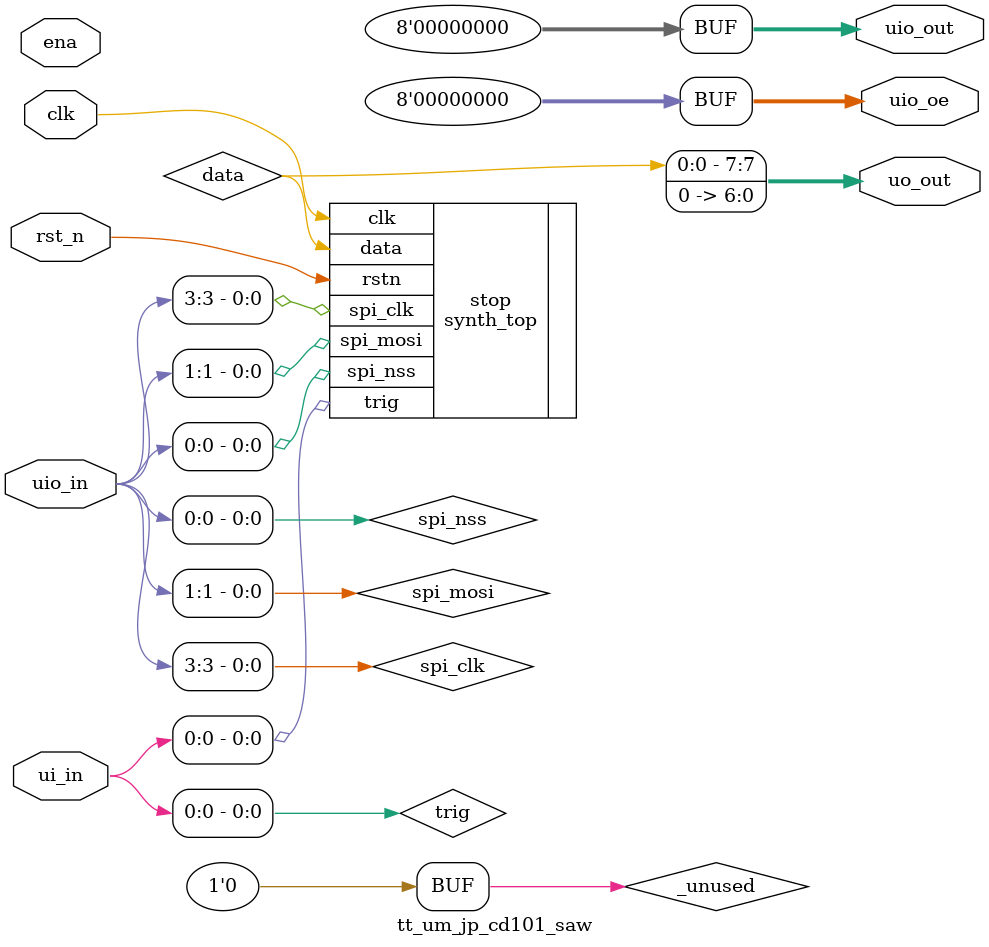
<source format=v>
/*
 * Copyright (c) 2024 Your Name
 * SPDX-License-Identifier: Apache-2.0
 */

`default_nettype none

module tt_um_jp_cd101_saw (
    input  wire [7:0] ui_in,    // Dedicated inputs
    output wire [7:0] uo_out,   // Dedicated outputs
    input  wire [7:0] uio_in,   // IOs: Input path
    output wire [7:0] uio_out,  // IOs: Output path
    output wire [7:0] uio_oe,   // IOs: Enable path (active high: 0=input, 1=output)
    input  wire       ena,      // always 1 when the design is powered, so you can ignore it
    input  wire       clk,      // clock
    input  wire       rst_n     // reset_n - low to reset
);

    wire trig, data;
    wire spi_clk, spi_mosi, spi_nss;

    // BTN0 of https://digilent.com/reference/pmod/pmodbtn/start Connect to in Port
    assign trig = ui_in[0];

    // Bidir PMOD, TOP row: https://tinytapeout.com/specs/pinouts/
    // Note that we use this instead for SPI master: https://www.adafruit.com/product/2264
    // It's not PMOD compatible anyway
    assign spi_nss = uio_in[0];
    assign spi_mosi = uio_in[1];
    assign spi_clk = uio_in[3];

    // Compatible with this PMOD: https://github.com/MichaelBell/tt-audio-pmod, Out port
    assign uo_out[7] = data;

    // List all unused inputs to prevent warnings
    wire _unused = &{ena, ui_in[7:1], uio_in[7:4], uio_in[2], 1'b0};

    // All output pins must be assigned. If not used, assign to 0.
    assign uio_out = 0;
    assign uio_oe = 0;
    assign uo_out[6:0] = 0;

    synth_top stop (
        .clk(clk),
        .rstn(rst_n),
        .trig(trig),
        .data(data),
        .spi_clk(spi_clk),
        .spi_mosi(spi_mosi),
        .spi_nss(spi_nss)
    );

endmodule

</source>
